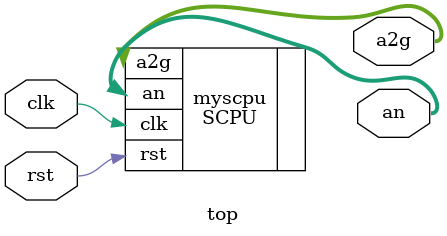
<source format=v>
module top(
    input clk,
    input rst,
    output [6:0] a2g,
    output [7:0] an
);
    // 实例化 SCPU 模块
    SCPU myscpu(
        .clk(clk),
        .rst(rst),
        .a2g(a2g),
        .an(an)
    );
endmodule

</source>
